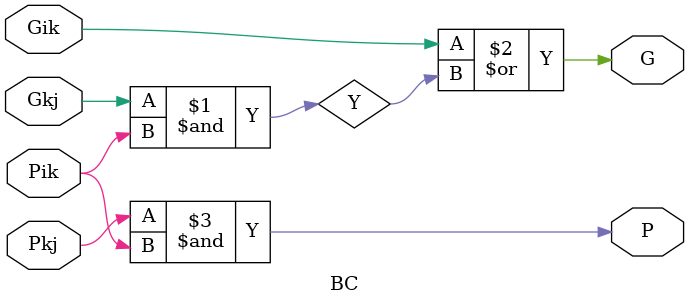
<source format=v>
`timescale 1ns / 1ps
module BC(Gkj, Pik, Gik, Pkj, G, P);
//Black cell
input Gkj, Pik, Gik, Pkj;
output G, P;
wire Y;
and(Y, Gkj, Pik);
or(G, Gik, Y);
and(P, Pkj, Pik);
endmodule 
</source>
